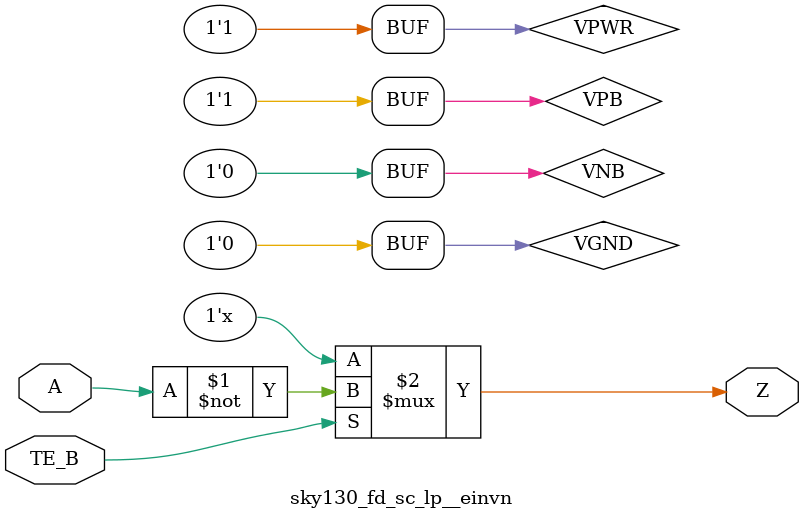
<source format=v>
/*
 * Copyright 2020 The SkyWater PDK Authors
 *
 * Licensed under the Apache License, Version 2.0 (the "License");
 * you may not use this file except in compliance with the License.
 * You may obtain a copy of the License at
 *
 *     https://www.apache.org/licenses/LICENSE-2.0
 *
 * Unless required by applicable law or agreed to in writing, software
 * distributed under the License is distributed on an "AS IS" BASIS,
 * WITHOUT WARRANTIES OR CONDITIONS OF ANY KIND, either express or implied.
 * See the License for the specific language governing permissions and
 * limitations under the License.
 *
 * SPDX-License-Identifier: Apache-2.0
*/


`ifndef SKY130_FD_SC_LP__EINVN_BEHAVIORAL_V
`define SKY130_FD_SC_LP__EINVN_BEHAVIORAL_V

/**
 * einvn: Tri-state inverter, negative enable.
 *
 * Verilog simulation functional model.
 */

`timescale 1ns / 1ps
`default_nettype none

`celldefine
module sky130_fd_sc_lp__einvn (
    Z   ,
    A   ,
    TE_B
);

    // Module ports
    output Z   ;
    input  A   ;
    input  TE_B;

    // Module supplies
    supply1 VPWR;
    supply0 VGND;
    supply1 VPB ;
    supply0 VNB ;

    //     Name     Output  Other arguments
    notif0 notif00 (Z     , A, TE_B        );

endmodule
`endcelldefine

`default_nettype wire
`endif  // SKY130_FD_SC_LP__EINVN_BEHAVIORAL_V
</source>
